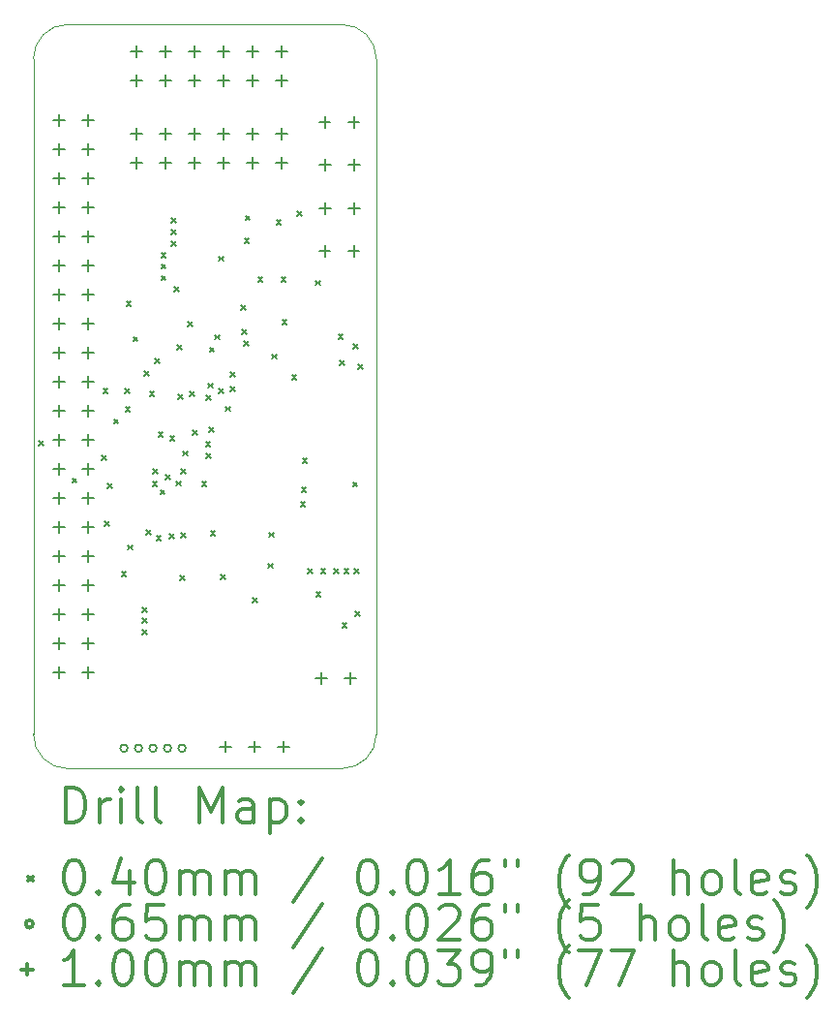
<source format=gbr>
%FSLAX45Y45*%
G04 Gerber Fmt 4.5, Leading zero omitted, Abs format (unit mm)*
G04 Created by KiCad (PCBNEW (5.1.9)-1) date 2022-12-02 18:00:50*
%MOMM*%
%LPD*%
G01*
G04 APERTURE LIST*
%TA.AperFunction,Profile*%
%ADD10C,0.050000*%
%TD*%
%ADD11C,0.200000*%
%ADD12C,0.300000*%
G04 APERTURE END LIST*
D10*
X5930021Y-8902500D02*
X5932500Y-8902500D01*
X5630000Y-8602500D02*
X5630000Y-2700000D01*
X5930021Y-8902500D02*
G75*
G02*
X5630000Y-8602500I-2521J297500D01*
G01*
X8330000Y-8902500D02*
X5932500Y-8902500D01*
X8630000Y-8602479D02*
X8630000Y-8597500D01*
X8630000Y-8602479D02*
G75*
G02*
X8330000Y-8902500I-297500J-2521D01*
G01*
X8630000Y-2700000D02*
X8630000Y-8597500D01*
X8329979Y-2400000D02*
G75*
G02*
X8630000Y-2700000I2521J-297500D01*
G01*
X5930000Y-2400000D02*
X8330000Y-2400000D01*
X5630000Y-2700021D02*
G75*
G02*
X5930000Y-2400000I297500J2521D01*
G01*
D11*
X5679750Y-6038750D02*
X5719750Y-6078750D01*
X5719750Y-6038750D02*
X5679750Y-6078750D01*
X5969010Y-6365380D02*
X6009010Y-6405380D01*
X6009010Y-6365380D02*
X5969010Y-6405380D01*
X6230400Y-6164150D02*
X6270400Y-6204150D01*
X6270400Y-6164150D02*
X6230400Y-6204150D01*
X6241100Y-5580700D02*
X6281100Y-5620700D01*
X6281100Y-5580700D02*
X6241100Y-5620700D01*
X6255650Y-6740640D02*
X6295650Y-6780640D01*
X6295650Y-6740640D02*
X6255650Y-6780640D01*
X6278750Y-6411560D02*
X6318750Y-6451560D01*
X6318750Y-6411560D02*
X6278750Y-6451560D01*
X6333110Y-5849130D02*
X6373110Y-5889130D01*
X6373110Y-5849130D02*
X6333110Y-5889130D01*
X6402500Y-7180900D02*
X6442500Y-7220900D01*
X6442500Y-7180900D02*
X6402500Y-7220900D01*
X6431600Y-5580700D02*
X6471600Y-5620700D01*
X6471600Y-5580700D02*
X6431600Y-5620700D01*
X6434900Y-5742500D02*
X6474900Y-5782500D01*
X6474900Y-5742500D02*
X6434900Y-5782500D01*
X6444300Y-4818700D02*
X6484300Y-4858700D01*
X6484300Y-4818700D02*
X6444300Y-4858700D01*
X6457400Y-6950200D02*
X6497400Y-6990200D01*
X6497400Y-6950200D02*
X6457400Y-6990200D01*
X6502770Y-5129550D02*
X6542770Y-5169550D01*
X6542770Y-5129550D02*
X6502770Y-5169550D01*
X6584000Y-7498400D02*
X6624000Y-7538400D01*
X6624000Y-7498400D02*
X6584000Y-7538400D01*
X6584000Y-7587300D02*
X6624000Y-7627300D01*
X6624000Y-7587300D02*
X6584000Y-7627300D01*
X6584000Y-7688900D02*
X6624000Y-7728900D01*
X6624000Y-7688900D02*
X6584000Y-7728900D01*
X6598100Y-5426900D02*
X6638100Y-5466900D01*
X6638100Y-5426900D02*
X6598100Y-5466900D01*
X6618110Y-6819260D02*
X6658110Y-6859260D01*
X6658110Y-6819260D02*
X6618110Y-6859260D01*
X6646300Y-5610480D02*
X6686300Y-5650480D01*
X6686300Y-5610480D02*
X6646300Y-5650480D01*
X6672900Y-6393500D02*
X6712900Y-6433500D01*
X6712900Y-6393500D02*
X6672900Y-6433500D01*
X6678000Y-6286070D02*
X6718000Y-6326070D01*
X6718000Y-6286070D02*
X6678000Y-6326070D01*
X6690530Y-5318010D02*
X6730530Y-5358010D01*
X6730530Y-5318010D02*
X6690530Y-5358010D01*
X6705715Y-6867482D02*
X6745715Y-6907482D01*
X6745715Y-6867482D02*
X6705715Y-6907482D01*
X6722760Y-5962475D02*
X6762760Y-6002475D01*
X6762760Y-5962475D02*
X6722760Y-6002475D01*
X6740013Y-6467634D02*
X6780013Y-6507634D01*
X6780013Y-6467634D02*
X6740013Y-6507634D01*
X6749100Y-4394800D02*
X6789100Y-4434800D01*
X6789100Y-4394800D02*
X6749100Y-4434800D01*
X6749100Y-4494800D02*
X6789100Y-4534800D01*
X6789100Y-4494800D02*
X6749100Y-4534800D01*
X6749100Y-4594800D02*
X6789100Y-4634800D01*
X6789100Y-4594800D02*
X6749100Y-4634800D01*
X6788630Y-6333740D02*
X6828630Y-6373740D01*
X6828630Y-6333740D02*
X6788630Y-6373740D01*
X6823030Y-6855260D02*
X6863030Y-6895260D01*
X6863030Y-6855260D02*
X6823030Y-6895260D01*
X6823760Y-5996400D02*
X6863760Y-6036400D01*
X6863760Y-5996400D02*
X6823760Y-6036400D01*
X6838000Y-4094800D02*
X6878000Y-4134800D01*
X6878000Y-4094800D02*
X6838000Y-4134800D01*
X6838000Y-4194800D02*
X6878000Y-4234800D01*
X6878000Y-4194800D02*
X6838000Y-4234800D01*
X6838000Y-4294800D02*
X6878000Y-4334800D01*
X6878000Y-4294800D02*
X6838000Y-4334800D01*
X6863400Y-4691700D02*
X6903400Y-4731700D01*
X6903400Y-4691700D02*
X6863400Y-4731700D01*
X6878460Y-6391780D02*
X6918460Y-6431780D01*
X6918460Y-6391780D02*
X6878460Y-6431780D01*
X6888800Y-5199700D02*
X6928800Y-5239700D01*
X6928800Y-5199700D02*
X6888800Y-5239700D01*
X6898360Y-5635800D02*
X6938360Y-5675800D01*
X6938360Y-5635800D02*
X6898360Y-5675800D01*
X6912990Y-7214380D02*
X6952990Y-7254380D01*
X6952990Y-7214380D02*
X6912990Y-7254380D01*
X6922950Y-6285660D02*
X6962950Y-6325660D01*
X6962950Y-6285660D02*
X6922950Y-6325660D01*
X6923730Y-6841260D02*
X6963730Y-6881260D01*
X6963730Y-6841260D02*
X6923730Y-6881260D01*
X6938160Y-6127260D02*
X6978160Y-6167260D01*
X6978160Y-6127260D02*
X6938160Y-6167260D01*
X6980720Y-5000370D02*
X7020720Y-5040370D01*
X7020720Y-5000370D02*
X6980720Y-5040370D01*
X7000690Y-5605230D02*
X7040690Y-5645230D01*
X7040690Y-5605230D02*
X7000690Y-5645230D01*
X7023750Y-5945200D02*
X7063750Y-5985200D01*
X7063750Y-5945200D02*
X7023750Y-5985200D01*
X7104700Y-6393500D02*
X7144700Y-6433500D01*
X7144700Y-6393500D02*
X7104700Y-6433500D01*
X7139000Y-6049810D02*
X7179000Y-6089810D01*
X7179000Y-6049810D02*
X7139000Y-6089810D01*
X7142800Y-6152200D02*
X7182800Y-6192200D01*
X7182800Y-6152200D02*
X7142800Y-6192200D01*
X7144000Y-5643380D02*
X7184000Y-5683380D01*
X7184000Y-5643380D02*
X7144000Y-5683380D01*
X7158540Y-5535200D02*
X7198540Y-5575200D01*
X7198540Y-5535200D02*
X7158540Y-5575200D01*
X7169840Y-5919780D02*
X7209840Y-5959780D01*
X7209840Y-5919780D02*
X7169840Y-5959780D01*
X7171002Y-5221601D02*
X7211002Y-5261601D01*
X7211002Y-5221601D02*
X7171002Y-5261601D01*
X7180000Y-6825620D02*
X7220000Y-6865620D01*
X7220000Y-6825620D02*
X7180000Y-6865620D01*
X7218929Y-5111831D02*
X7258929Y-5151831D01*
X7258929Y-5111831D02*
X7218929Y-5151831D01*
X7253220Y-4426700D02*
X7293220Y-4466700D01*
X7293220Y-4426700D02*
X7253220Y-4466700D01*
X7254380Y-5583760D02*
X7294380Y-5623760D01*
X7294380Y-5583760D02*
X7254380Y-5623760D01*
X7269800Y-7206300D02*
X7309800Y-7246300D01*
X7309800Y-7206300D02*
X7269800Y-7246300D01*
X7308610Y-5737930D02*
X7348610Y-5777930D01*
X7348610Y-5737930D02*
X7308610Y-5777930D01*
X7353340Y-5435640D02*
X7393340Y-5475640D01*
X7393340Y-5435640D02*
X7353340Y-5475640D01*
X7354420Y-5565070D02*
X7394420Y-5605070D01*
X7394420Y-5565070D02*
X7354420Y-5605070D01*
X7446325Y-4855525D02*
X7486325Y-4895525D01*
X7486325Y-4855525D02*
X7446325Y-4895525D01*
X7455885Y-5068285D02*
X7495885Y-5108285D01*
X7495885Y-5068285D02*
X7455885Y-5108285D01*
X7471048Y-5167939D02*
X7511048Y-5207939D01*
X7511048Y-5167939D02*
X7471048Y-5207939D01*
X7476700Y-4268900D02*
X7516700Y-4308900D01*
X7516700Y-4268900D02*
X7476700Y-4308900D01*
X7484400Y-4070700D02*
X7524400Y-4110700D01*
X7524400Y-4070700D02*
X7484400Y-4110700D01*
X7549200Y-7409500D02*
X7589200Y-7449500D01*
X7589200Y-7409500D02*
X7549200Y-7449500D01*
X7595200Y-4606010D02*
X7635200Y-4646010D01*
X7635200Y-4606010D02*
X7595200Y-4646010D01*
X7683040Y-7111530D02*
X7723040Y-7151530D01*
X7723040Y-7111530D02*
X7683040Y-7151530D01*
X7693060Y-6840260D02*
X7733060Y-6880260D01*
X7733060Y-6840260D02*
X7693060Y-6880260D01*
X7720650Y-5282250D02*
X7760650Y-5322250D01*
X7760650Y-5282250D02*
X7720650Y-5322250D01*
X7757200Y-4110950D02*
X7797200Y-4150950D01*
X7797200Y-4110950D02*
X7757200Y-4150950D01*
X7798680Y-4605700D02*
X7838680Y-4645700D01*
X7838680Y-4605700D02*
X7798680Y-4645700D01*
X7807300Y-4978180D02*
X7847300Y-5018180D01*
X7847300Y-4978180D02*
X7807300Y-5018180D01*
X7892100Y-5466400D02*
X7932100Y-5506400D01*
X7932100Y-5466400D02*
X7892100Y-5506400D01*
X7940010Y-4031230D02*
X7980010Y-4071230D01*
X7980010Y-4031230D02*
X7940010Y-4071230D01*
X7968300Y-6571300D02*
X8008300Y-6611300D01*
X8008300Y-6571300D02*
X7968300Y-6611300D01*
X7975160Y-6443350D02*
X8015160Y-6483350D01*
X8015160Y-6443350D02*
X7975160Y-6483350D01*
X7985710Y-6189270D02*
X8025710Y-6229270D01*
X8025710Y-6189270D02*
X7985710Y-6229270D01*
X8031800Y-7155500D02*
X8071800Y-7195500D01*
X8071800Y-7155500D02*
X8031800Y-7195500D01*
X8101540Y-4638740D02*
X8141540Y-4678740D01*
X8141540Y-4638740D02*
X8101540Y-4678740D01*
X8103700Y-7363000D02*
X8143700Y-7403000D01*
X8143700Y-7363000D02*
X8103700Y-7403000D01*
X8146100Y-7155500D02*
X8186100Y-7195500D01*
X8186100Y-7155500D02*
X8146100Y-7195500D01*
X8260400Y-7155500D02*
X8300400Y-7195500D01*
X8300400Y-7155500D02*
X8260400Y-7195500D01*
X8298500Y-5110800D02*
X8338500Y-5150800D01*
X8338500Y-5110800D02*
X8298500Y-5150800D01*
X8311200Y-5339400D02*
X8351200Y-5379400D01*
X8351200Y-5339400D02*
X8311200Y-5379400D01*
X8332000Y-7630000D02*
X8372000Y-7670000D01*
X8372000Y-7630000D02*
X8332000Y-7670000D01*
X8349300Y-7155500D02*
X8389300Y-7195500D01*
X8389300Y-7155500D02*
X8349300Y-7195500D01*
X8425750Y-6398580D02*
X8465750Y-6438580D01*
X8465750Y-6398580D02*
X8425750Y-6438580D01*
X8426410Y-5195250D02*
X8466410Y-5235250D01*
X8466410Y-5195250D02*
X8426410Y-5235250D01*
X8438200Y-7155500D02*
X8478200Y-7195500D01*
X8478200Y-7155500D02*
X8438200Y-7195500D01*
X8444000Y-7530700D02*
X8484000Y-7570700D01*
X8484000Y-7530700D02*
X8444000Y-7570700D01*
X8471260Y-5372590D02*
X8511260Y-5412590D01*
X8511260Y-5372590D02*
X8471260Y-5412590D01*
X6455000Y-8725000D02*
G75*
G03*
X6455000Y-8725000I-32500J0D01*
G01*
X6582000Y-8725000D02*
G75*
G03*
X6582000Y-8725000I-32500J0D01*
G01*
X6709000Y-8725000D02*
G75*
G03*
X6709000Y-8725000I-32500J0D01*
G01*
X6836000Y-8725000D02*
G75*
G03*
X6836000Y-8725000I-32500J0D01*
G01*
X6963000Y-8725000D02*
G75*
G03*
X6963000Y-8725000I-32500J0D01*
G01*
X5853500Y-3187500D02*
X5853500Y-3287500D01*
X5803500Y-3237500D02*
X5903500Y-3237500D01*
X5853500Y-3441500D02*
X5853500Y-3541500D01*
X5803500Y-3491500D02*
X5903500Y-3491500D01*
X5853500Y-3695500D02*
X5853500Y-3795500D01*
X5803500Y-3745500D02*
X5903500Y-3745500D01*
X5853500Y-3949500D02*
X5853500Y-4049500D01*
X5803500Y-3999500D02*
X5903500Y-3999500D01*
X5853500Y-4203500D02*
X5853500Y-4303500D01*
X5803500Y-4253500D02*
X5903500Y-4253500D01*
X5853500Y-4457500D02*
X5853500Y-4557500D01*
X5803500Y-4507500D02*
X5903500Y-4507500D01*
X5853500Y-4711500D02*
X5853500Y-4811500D01*
X5803500Y-4761500D02*
X5903500Y-4761500D01*
X5853500Y-4965500D02*
X5853500Y-5065500D01*
X5803500Y-5015500D02*
X5903500Y-5015500D01*
X5853500Y-5219500D02*
X5853500Y-5319500D01*
X5803500Y-5269500D02*
X5903500Y-5269500D01*
X5853500Y-5473500D02*
X5853500Y-5573500D01*
X5803500Y-5523500D02*
X5903500Y-5523500D01*
X5853500Y-5727500D02*
X5853500Y-5827500D01*
X5803500Y-5777500D02*
X5903500Y-5777500D01*
X5853500Y-5981500D02*
X5853500Y-6081500D01*
X5803500Y-6031500D02*
X5903500Y-6031500D01*
X5853500Y-6235500D02*
X5853500Y-6335500D01*
X5803500Y-6285500D02*
X5903500Y-6285500D01*
X5853500Y-6489500D02*
X5853500Y-6589500D01*
X5803500Y-6539500D02*
X5903500Y-6539500D01*
X5853500Y-6743500D02*
X5853500Y-6843500D01*
X5803500Y-6793500D02*
X5903500Y-6793500D01*
X5853500Y-6997500D02*
X5853500Y-7097500D01*
X5803500Y-7047500D02*
X5903500Y-7047500D01*
X5853500Y-7251500D02*
X5853500Y-7351500D01*
X5803500Y-7301500D02*
X5903500Y-7301500D01*
X5853500Y-7505500D02*
X5853500Y-7605500D01*
X5803500Y-7555500D02*
X5903500Y-7555500D01*
X5853500Y-7759500D02*
X5853500Y-7859500D01*
X5803500Y-7809500D02*
X5903500Y-7809500D01*
X5853500Y-8013500D02*
X5853500Y-8113500D01*
X5803500Y-8063500D02*
X5903500Y-8063500D01*
X6107500Y-3187500D02*
X6107500Y-3287500D01*
X6057500Y-3237500D02*
X6157500Y-3237500D01*
X6107500Y-3441500D02*
X6107500Y-3541500D01*
X6057500Y-3491500D02*
X6157500Y-3491500D01*
X6107500Y-3695500D02*
X6107500Y-3795500D01*
X6057500Y-3745500D02*
X6157500Y-3745500D01*
X6107500Y-3949500D02*
X6107500Y-4049500D01*
X6057500Y-3999500D02*
X6157500Y-3999500D01*
X6107500Y-4203500D02*
X6107500Y-4303500D01*
X6057500Y-4253500D02*
X6157500Y-4253500D01*
X6107500Y-4457500D02*
X6107500Y-4557500D01*
X6057500Y-4507500D02*
X6157500Y-4507500D01*
X6107500Y-4711500D02*
X6107500Y-4811500D01*
X6057500Y-4761500D02*
X6157500Y-4761500D01*
X6107500Y-4965500D02*
X6107500Y-5065500D01*
X6057500Y-5015500D02*
X6157500Y-5015500D01*
X6107500Y-5219500D02*
X6107500Y-5319500D01*
X6057500Y-5269500D02*
X6157500Y-5269500D01*
X6107500Y-5473500D02*
X6107500Y-5573500D01*
X6057500Y-5523500D02*
X6157500Y-5523500D01*
X6107500Y-5727500D02*
X6107500Y-5827500D01*
X6057500Y-5777500D02*
X6157500Y-5777500D01*
X6107500Y-5981500D02*
X6107500Y-6081500D01*
X6057500Y-6031500D02*
X6157500Y-6031500D01*
X6107500Y-6235500D02*
X6107500Y-6335500D01*
X6057500Y-6285500D02*
X6157500Y-6285500D01*
X6107500Y-6489500D02*
X6107500Y-6589500D01*
X6057500Y-6539500D02*
X6157500Y-6539500D01*
X6107500Y-6743500D02*
X6107500Y-6843500D01*
X6057500Y-6793500D02*
X6157500Y-6793500D01*
X6107500Y-6997500D02*
X6107500Y-7097500D01*
X6057500Y-7047500D02*
X6157500Y-7047500D01*
X6107500Y-7251500D02*
X6107500Y-7351500D01*
X6057500Y-7301500D02*
X6157500Y-7301500D01*
X6107500Y-7505500D02*
X6107500Y-7605500D01*
X6057500Y-7555500D02*
X6157500Y-7555500D01*
X6107500Y-7759500D02*
X6107500Y-7859500D01*
X6057500Y-7809500D02*
X6157500Y-7809500D01*
X6107500Y-8013500D02*
X6107500Y-8113500D01*
X6057500Y-8063500D02*
X6157500Y-8063500D01*
X6530000Y-2587500D02*
X6530000Y-2687500D01*
X6480000Y-2637500D02*
X6580000Y-2637500D01*
X6530000Y-2841500D02*
X6530000Y-2941500D01*
X6480000Y-2891500D02*
X6580000Y-2891500D01*
X6530000Y-3307500D02*
X6530000Y-3407500D01*
X6480000Y-3357500D02*
X6580000Y-3357500D01*
X6530000Y-3561500D02*
X6530000Y-3661500D01*
X6480000Y-3611500D02*
X6580000Y-3611500D01*
X6784000Y-2587500D02*
X6784000Y-2687500D01*
X6734000Y-2637500D02*
X6834000Y-2637500D01*
X6784000Y-2841500D02*
X6784000Y-2941500D01*
X6734000Y-2891500D02*
X6834000Y-2891500D01*
X6784000Y-3307500D02*
X6784000Y-3407500D01*
X6734000Y-3357500D02*
X6834000Y-3357500D01*
X6784000Y-3561500D02*
X6784000Y-3661500D01*
X6734000Y-3611500D02*
X6834000Y-3611500D01*
X7038000Y-2587500D02*
X7038000Y-2687500D01*
X6988000Y-2637500D02*
X7088000Y-2637500D01*
X7038000Y-2841500D02*
X7038000Y-2941500D01*
X6988000Y-2891500D02*
X7088000Y-2891500D01*
X7038000Y-3307500D02*
X7038000Y-3407500D01*
X6988000Y-3357500D02*
X7088000Y-3357500D01*
X7038000Y-3561500D02*
X7038000Y-3661500D01*
X6988000Y-3611500D02*
X7088000Y-3611500D01*
X7292000Y-2587500D02*
X7292000Y-2687500D01*
X7242000Y-2637500D02*
X7342000Y-2637500D01*
X7292000Y-2841500D02*
X7292000Y-2941500D01*
X7242000Y-2891500D02*
X7342000Y-2891500D01*
X7292000Y-3307500D02*
X7292000Y-3407500D01*
X7242000Y-3357500D02*
X7342000Y-3357500D01*
X7292000Y-3561500D02*
X7292000Y-3661500D01*
X7242000Y-3611500D02*
X7342000Y-3611500D01*
X7312000Y-8660000D02*
X7312000Y-8760000D01*
X7262000Y-8710000D02*
X7362000Y-8710000D01*
X7546000Y-2587500D02*
X7546000Y-2687500D01*
X7496000Y-2637500D02*
X7596000Y-2637500D01*
X7546000Y-2841500D02*
X7546000Y-2941500D01*
X7496000Y-2891500D02*
X7596000Y-2891500D01*
X7546000Y-3307500D02*
X7546000Y-3407500D01*
X7496000Y-3357500D02*
X7596000Y-3357500D01*
X7546000Y-3561500D02*
X7546000Y-3661500D01*
X7496000Y-3611500D02*
X7596000Y-3611500D01*
X7566000Y-8660000D02*
X7566000Y-8760000D01*
X7516000Y-8710000D02*
X7616000Y-8710000D01*
X7800000Y-2587500D02*
X7800000Y-2687500D01*
X7750000Y-2637500D02*
X7850000Y-2637500D01*
X7800000Y-2841500D02*
X7800000Y-2941500D01*
X7750000Y-2891500D02*
X7850000Y-2891500D01*
X7800000Y-3307500D02*
X7800000Y-3407500D01*
X7750000Y-3357500D02*
X7850000Y-3357500D01*
X7800000Y-3561500D02*
X7800000Y-3661500D01*
X7750000Y-3611500D02*
X7850000Y-3611500D01*
X7820000Y-8660000D02*
X7820000Y-8760000D01*
X7770000Y-8710000D02*
X7870000Y-8710000D01*
X8152000Y-8061000D02*
X8152000Y-8161000D01*
X8102000Y-8111000D02*
X8202000Y-8111000D01*
X8178500Y-4330000D02*
X8178500Y-4430000D01*
X8128500Y-4380000D02*
X8228500Y-4380000D01*
X8178800Y-3201200D02*
X8178800Y-3301200D01*
X8128800Y-3251200D02*
X8228800Y-3251200D01*
X8181000Y-3957500D02*
X8181000Y-4057500D01*
X8131000Y-4007500D02*
X8231000Y-4007500D01*
X8183500Y-3577500D02*
X8183500Y-3677500D01*
X8133500Y-3627500D02*
X8233500Y-3627500D01*
X8406000Y-8061000D02*
X8406000Y-8161000D01*
X8356000Y-8111000D02*
X8456000Y-8111000D01*
X8432500Y-4330000D02*
X8432500Y-4430000D01*
X8382500Y-4380000D02*
X8482500Y-4380000D01*
X8432800Y-3201200D02*
X8432800Y-3301200D01*
X8382800Y-3251200D02*
X8482800Y-3251200D01*
X8435000Y-3957500D02*
X8435000Y-4057500D01*
X8385000Y-4007500D02*
X8485000Y-4007500D01*
X8437500Y-3577500D02*
X8437500Y-3677500D01*
X8387500Y-3627500D02*
X8487500Y-3627500D01*
D12*
X5913918Y-9370725D02*
X5913918Y-9070725D01*
X5985347Y-9070725D01*
X6028204Y-9085011D01*
X6056775Y-9113582D01*
X6071061Y-9142153D01*
X6085347Y-9199296D01*
X6085347Y-9242153D01*
X6071061Y-9299296D01*
X6056775Y-9327868D01*
X6028204Y-9356439D01*
X5985347Y-9370725D01*
X5913918Y-9370725D01*
X6213918Y-9370725D02*
X6213918Y-9170725D01*
X6213918Y-9227868D02*
X6228204Y-9199296D01*
X6242489Y-9185011D01*
X6271061Y-9170725D01*
X6299632Y-9170725D01*
X6399632Y-9370725D02*
X6399632Y-9170725D01*
X6399632Y-9070725D02*
X6385347Y-9085011D01*
X6399632Y-9099296D01*
X6413918Y-9085011D01*
X6399632Y-9070725D01*
X6399632Y-9099296D01*
X6585347Y-9370725D02*
X6556775Y-9356439D01*
X6542489Y-9327868D01*
X6542489Y-9070725D01*
X6742489Y-9370725D02*
X6713918Y-9356439D01*
X6699632Y-9327868D01*
X6699632Y-9070725D01*
X7085347Y-9370725D02*
X7085347Y-9070725D01*
X7185347Y-9285011D01*
X7285347Y-9070725D01*
X7285347Y-9370725D01*
X7556775Y-9370725D02*
X7556775Y-9213582D01*
X7542489Y-9185011D01*
X7513918Y-9170725D01*
X7456775Y-9170725D01*
X7428204Y-9185011D01*
X7556775Y-9356439D02*
X7528204Y-9370725D01*
X7456775Y-9370725D01*
X7428204Y-9356439D01*
X7413918Y-9327868D01*
X7413918Y-9299296D01*
X7428204Y-9270725D01*
X7456775Y-9256439D01*
X7528204Y-9256439D01*
X7556775Y-9242153D01*
X7699632Y-9170725D02*
X7699632Y-9470725D01*
X7699632Y-9185011D02*
X7728204Y-9170725D01*
X7785347Y-9170725D01*
X7813918Y-9185011D01*
X7828204Y-9199296D01*
X7842489Y-9227868D01*
X7842489Y-9313582D01*
X7828204Y-9342153D01*
X7813918Y-9356439D01*
X7785347Y-9370725D01*
X7728204Y-9370725D01*
X7699632Y-9356439D01*
X7971061Y-9342153D02*
X7985347Y-9356439D01*
X7971061Y-9370725D01*
X7956775Y-9356439D01*
X7971061Y-9342153D01*
X7971061Y-9370725D01*
X7971061Y-9185011D02*
X7985347Y-9199296D01*
X7971061Y-9213582D01*
X7956775Y-9199296D01*
X7971061Y-9185011D01*
X7971061Y-9213582D01*
X5587490Y-9845011D02*
X5627489Y-9885011D01*
X5627489Y-9845011D02*
X5587490Y-9885011D01*
X5971061Y-9700725D02*
X5999632Y-9700725D01*
X6028204Y-9715011D01*
X6042489Y-9729296D01*
X6056775Y-9757868D01*
X6071061Y-9815011D01*
X6071061Y-9886439D01*
X6056775Y-9943582D01*
X6042489Y-9972153D01*
X6028204Y-9986439D01*
X5999632Y-10000725D01*
X5971061Y-10000725D01*
X5942489Y-9986439D01*
X5928204Y-9972153D01*
X5913918Y-9943582D01*
X5899632Y-9886439D01*
X5899632Y-9815011D01*
X5913918Y-9757868D01*
X5928204Y-9729296D01*
X5942489Y-9715011D01*
X5971061Y-9700725D01*
X6199632Y-9972153D02*
X6213918Y-9986439D01*
X6199632Y-10000725D01*
X6185347Y-9986439D01*
X6199632Y-9972153D01*
X6199632Y-10000725D01*
X6471061Y-9800725D02*
X6471061Y-10000725D01*
X6399632Y-9686439D02*
X6328204Y-9900725D01*
X6513918Y-9900725D01*
X6685347Y-9700725D02*
X6713918Y-9700725D01*
X6742489Y-9715011D01*
X6756775Y-9729296D01*
X6771061Y-9757868D01*
X6785347Y-9815011D01*
X6785347Y-9886439D01*
X6771061Y-9943582D01*
X6756775Y-9972153D01*
X6742489Y-9986439D01*
X6713918Y-10000725D01*
X6685347Y-10000725D01*
X6656775Y-9986439D01*
X6642489Y-9972153D01*
X6628204Y-9943582D01*
X6613918Y-9886439D01*
X6613918Y-9815011D01*
X6628204Y-9757868D01*
X6642489Y-9729296D01*
X6656775Y-9715011D01*
X6685347Y-9700725D01*
X6913918Y-10000725D02*
X6913918Y-9800725D01*
X6913918Y-9829296D02*
X6928204Y-9815011D01*
X6956775Y-9800725D01*
X6999632Y-9800725D01*
X7028204Y-9815011D01*
X7042489Y-9843582D01*
X7042489Y-10000725D01*
X7042489Y-9843582D02*
X7056775Y-9815011D01*
X7085347Y-9800725D01*
X7128204Y-9800725D01*
X7156775Y-9815011D01*
X7171061Y-9843582D01*
X7171061Y-10000725D01*
X7313918Y-10000725D02*
X7313918Y-9800725D01*
X7313918Y-9829296D02*
X7328204Y-9815011D01*
X7356775Y-9800725D01*
X7399632Y-9800725D01*
X7428204Y-9815011D01*
X7442489Y-9843582D01*
X7442489Y-10000725D01*
X7442489Y-9843582D02*
X7456775Y-9815011D01*
X7485347Y-9800725D01*
X7528204Y-9800725D01*
X7556775Y-9815011D01*
X7571061Y-9843582D01*
X7571061Y-10000725D01*
X8156775Y-9686439D02*
X7899632Y-10072153D01*
X8542490Y-9700725D02*
X8571061Y-9700725D01*
X8599632Y-9715011D01*
X8613918Y-9729296D01*
X8628204Y-9757868D01*
X8642490Y-9815011D01*
X8642490Y-9886439D01*
X8628204Y-9943582D01*
X8613918Y-9972153D01*
X8599632Y-9986439D01*
X8571061Y-10000725D01*
X8542490Y-10000725D01*
X8513918Y-9986439D01*
X8499632Y-9972153D01*
X8485347Y-9943582D01*
X8471061Y-9886439D01*
X8471061Y-9815011D01*
X8485347Y-9757868D01*
X8499632Y-9729296D01*
X8513918Y-9715011D01*
X8542490Y-9700725D01*
X8771061Y-9972153D02*
X8785347Y-9986439D01*
X8771061Y-10000725D01*
X8756775Y-9986439D01*
X8771061Y-9972153D01*
X8771061Y-10000725D01*
X8971061Y-9700725D02*
X8999632Y-9700725D01*
X9028204Y-9715011D01*
X9042490Y-9729296D01*
X9056775Y-9757868D01*
X9071061Y-9815011D01*
X9071061Y-9886439D01*
X9056775Y-9943582D01*
X9042490Y-9972153D01*
X9028204Y-9986439D01*
X8999632Y-10000725D01*
X8971061Y-10000725D01*
X8942490Y-9986439D01*
X8928204Y-9972153D01*
X8913918Y-9943582D01*
X8899632Y-9886439D01*
X8899632Y-9815011D01*
X8913918Y-9757868D01*
X8928204Y-9729296D01*
X8942490Y-9715011D01*
X8971061Y-9700725D01*
X9356775Y-10000725D02*
X9185347Y-10000725D01*
X9271061Y-10000725D02*
X9271061Y-9700725D01*
X9242490Y-9743582D01*
X9213918Y-9772153D01*
X9185347Y-9786439D01*
X9613918Y-9700725D02*
X9556775Y-9700725D01*
X9528204Y-9715011D01*
X9513918Y-9729296D01*
X9485347Y-9772153D01*
X9471061Y-9829296D01*
X9471061Y-9943582D01*
X9485347Y-9972153D01*
X9499632Y-9986439D01*
X9528204Y-10000725D01*
X9585347Y-10000725D01*
X9613918Y-9986439D01*
X9628204Y-9972153D01*
X9642490Y-9943582D01*
X9642490Y-9872153D01*
X9628204Y-9843582D01*
X9613918Y-9829296D01*
X9585347Y-9815011D01*
X9528204Y-9815011D01*
X9499632Y-9829296D01*
X9485347Y-9843582D01*
X9471061Y-9872153D01*
X9756775Y-9700725D02*
X9756775Y-9757868D01*
X9871061Y-9700725D02*
X9871061Y-9757868D01*
X10313918Y-10115011D02*
X10299632Y-10100725D01*
X10271061Y-10057868D01*
X10256775Y-10029296D01*
X10242490Y-9986439D01*
X10228204Y-9915011D01*
X10228204Y-9857868D01*
X10242490Y-9786439D01*
X10256775Y-9743582D01*
X10271061Y-9715011D01*
X10299632Y-9672153D01*
X10313918Y-9657868D01*
X10442490Y-10000725D02*
X10499632Y-10000725D01*
X10528204Y-9986439D01*
X10542490Y-9972153D01*
X10571061Y-9929296D01*
X10585347Y-9872153D01*
X10585347Y-9757868D01*
X10571061Y-9729296D01*
X10556775Y-9715011D01*
X10528204Y-9700725D01*
X10471061Y-9700725D01*
X10442490Y-9715011D01*
X10428204Y-9729296D01*
X10413918Y-9757868D01*
X10413918Y-9829296D01*
X10428204Y-9857868D01*
X10442490Y-9872153D01*
X10471061Y-9886439D01*
X10528204Y-9886439D01*
X10556775Y-9872153D01*
X10571061Y-9857868D01*
X10585347Y-9829296D01*
X10699632Y-9729296D02*
X10713918Y-9715011D01*
X10742490Y-9700725D01*
X10813918Y-9700725D01*
X10842490Y-9715011D01*
X10856775Y-9729296D01*
X10871061Y-9757868D01*
X10871061Y-9786439D01*
X10856775Y-9829296D01*
X10685347Y-10000725D01*
X10871061Y-10000725D01*
X11228204Y-10000725D02*
X11228204Y-9700725D01*
X11356775Y-10000725D02*
X11356775Y-9843582D01*
X11342489Y-9815011D01*
X11313918Y-9800725D01*
X11271061Y-9800725D01*
X11242489Y-9815011D01*
X11228204Y-9829296D01*
X11542489Y-10000725D02*
X11513918Y-9986439D01*
X11499632Y-9972153D01*
X11485347Y-9943582D01*
X11485347Y-9857868D01*
X11499632Y-9829296D01*
X11513918Y-9815011D01*
X11542489Y-9800725D01*
X11585347Y-9800725D01*
X11613918Y-9815011D01*
X11628204Y-9829296D01*
X11642489Y-9857868D01*
X11642489Y-9943582D01*
X11628204Y-9972153D01*
X11613918Y-9986439D01*
X11585347Y-10000725D01*
X11542489Y-10000725D01*
X11813918Y-10000725D02*
X11785347Y-9986439D01*
X11771061Y-9957868D01*
X11771061Y-9700725D01*
X12042489Y-9986439D02*
X12013918Y-10000725D01*
X11956775Y-10000725D01*
X11928204Y-9986439D01*
X11913918Y-9957868D01*
X11913918Y-9843582D01*
X11928204Y-9815011D01*
X11956775Y-9800725D01*
X12013918Y-9800725D01*
X12042489Y-9815011D01*
X12056775Y-9843582D01*
X12056775Y-9872153D01*
X11913918Y-9900725D01*
X12171061Y-9986439D02*
X12199632Y-10000725D01*
X12256775Y-10000725D01*
X12285347Y-9986439D01*
X12299632Y-9957868D01*
X12299632Y-9943582D01*
X12285347Y-9915011D01*
X12256775Y-9900725D01*
X12213918Y-9900725D01*
X12185347Y-9886439D01*
X12171061Y-9857868D01*
X12171061Y-9843582D01*
X12185347Y-9815011D01*
X12213918Y-9800725D01*
X12256775Y-9800725D01*
X12285347Y-9815011D01*
X12399632Y-10115011D02*
X12413918Y-10100725D01*
X12442489Y-10057868D01*
X12456775Y-10029296D01*
X12471061Y-9986439D01*
X12485347Y-9915011D01*
X12485347Y-9857868D01*
X12471061Y-9786439D01*
X12456775Y-9743582D01*
X12442489Y-9715011D01*
X12413918Y-9672153D01*
X12399632Y-9657868D01*
X5627489Y-10261011D02*
G75*
G03*
X5627489Y-10261011I-32500J0D01*
G01*
X5971061Y-10096725D02*
X5999632Y-10096725D01*
X6028204Y-10111011D01*
X6042489Y-10125296D01*
X6056775Y-10153868D01*
X6071061Y-10211011D01*
X6071061Y-10282439D01*
X6056775Y-10339582D01*
X6042489Y-10368153D01*
X6028204Y-10382439D01*
X5999632Y-10396725D01*
X5971061Y-10396725D01*
X5942489Y-10382439D01*
X5928204Y-10368153D01*
X5913918Y-10339582D01*
X5899632Y-10282439D01*
X5899632Y-10211011D01*
X5913918Y-10153868D01*
X5928204Y-10125296D01*
X5942489Y-10111011D01*
X5971061Y-10096725D01*
X6199632Y-10368153D02*
X6213918Y-10382439D01*
X6199632Y-10396725D01*
X6185347Y-10382439D01*
X6199632Y-10368153D01*
X6199632Y-10396725D01*
X6471061Y-10096725D02*
X6413918Y-10096725D01*
X6385347Y-10111011D01*
X6371061Y-10125296D01*
X6342489Y-10168153D01*
X6328204Y-10225296D01*
X6328204Y-10339582D01*
X6342489Y-10368153D01*
X6356775Y-10382439D01*
X6385347Y-10396725D01*
X6442489Y-10396725D01*
X6471061Y-10382439D01*
X6485347Y-10368153D01*
X6499632Y-10339582D01*
X6499632Y-10268153D01*
X6485347Y-10239582D01*
X6471061Y-10225296D01*
X6442489Y-10211011D01*
X6385347Y-10211011D01*
X6356775Y-10225296D01*
X6342489Y-10239582D01*
X6328204Y-10268153D01*
X6771061Y-10096725D02*
X6628204Y-10096725D01*
X6613918Y-10239582D01*
X6628204Y-10225296D01*
X6656775Y-10211011D01*
X6728204Y-10211011D01*
X6756775Y-10225296D01*
X6771061Y-10239582D01*
X6785347Y-10268153D01*
X6785347Y-10339582D01*
X6771061Y-10368153D01*
X6756775Y-10382439D01*
X6728204Y-10396725D01*
X6656775Y-10396725D01*
X6628204Y-10382439D01*
X6613918Y-10368153D01*
X6913918Y-10396725D02*
X6913918Y-10196725D01*
X6913918Y-10225296D02*
X6928204Y-10211011D01*
X6956775Y-10196725D01*
X6999632Y-10196725D01*
X7028204Y-10211011D01*
X7042489Y-10239582D01*
X7042489Y-10396725D01*
X7042489Y-10239582D02*
X7056775Y-10211011D01*
X7085347Y-10196725D01*
X7128204Y-10196725D01*
X7156775Y-10211011D01*
X7171061Y-10239582D01*
X7171061Y-10396725D01*
X7313918Y-10396725D02*
X7313918Y-10196725D01*
X7313918Y-10225296D02*
X7328204Y-10211011D01*
X7356775Y-10196725D01*
X7399632Y-10196725D01*
X7428204Y-10211011D01*
X7442489Y-10239582D01*
X7442489Y-10396725D01*
X7442489Y-10239582D02*
X7456775Y-10211011D01*
X7485347Y-10196725D01*
X7528204Y-10196725D01*
X7556775Y-10211011D01*
X7571061Y-10239582D01*
X7571061Y-10396725D01*
X8156775Y-10082439D02*
X7899632Y-10468153D01*
X8542490Y-10096725D02*
X8571061Y-10096725D01*
X8599632Y-10111011D01*
X8613918Y-10125296D01*
X8628204Y-10153868D01*
X8642490Y-10211011D01*
X8642490Y-10282439D01*
X8628204Y-10339582D01*
X8613918Y-10368153D01*
X8599632Y-10382439D01*
X8571061Y-10396725D01*
X8542490Y-10396725D01*
X8513918Y-10382439D01*
X8499632Y-10368153D01*
X8485347Y-10339582D01*
X8471061Y-10282439D01*
X8471061Y-10211011D01*
X8485347Y-10153868D01*
X8499632Y-10125296D01*
X8513918Y-10111011D01*
X8542490Y-10096725D01*
X8771061Y-10368153D02*
X8785347Y-10382439D01*
X8771061Y-10396725D01*
X8756775Y-10382439D01*
X8771061Y-10368153D01*
X8771061Y-10396725D01*
X8971061Y-10096725D02*
X8999632Y-10096725D01*
X9028204Y-10111011D01*
X9042490Y-10125296D01*
X9056775Y-10153868D01*
X9071061Y-10211011D01*
X9071061Y-10282439D01*
X9056775Y-10339582D01*
X9042490Y-10368153D01*
X9028204Y-10382439D01*
X8999632Y-10396725D01*
X8971061Y-10396725D01*
X8942490Y-10382439D01*
X8928204Y-10368153D01*
X8913918Y-10339582D01*
X8899632Y-10282439D01*
X8899632Y-10211011D01*
X8913918Y-10153868D01*
X8928204Y-10125296D01*
X8942490Y-10111011D01*
X8971061Y-10096725D01*
X9185347Y-10125296D02*
X9199632Y-10111011D01*
X9228204Y-10096725D01*
X9299632Y-10096725D01*
X9328204Y-10111011D01*
X9342490Y-10125296D01*
X9356775Y-10153868D01*
X9356775Y-10182439D01*
X9342490Y-10225296D01*
X9171061Y-10396725D01*
X9356775Y-10396725D01*
X9613918Y-10096725D02*
X9556775Y-10096725D01*
X9528204Y-10111011D01*
X9513918Y-10125296D01*
X9485347Y-10168153D01*
X9471061Y-10225296D01*
X9471061Y-10339582D01*
X9485347Y-10368153D01*
X9499632Y-10382439D01*
X9528204Y-10396725D01*
X9585347Y-10396725D01*
X9613918Y-10382439D01*
X9628204Y-10368153D01*
X9642490Y-10339582D01*
X9642490Y-10268153D01*
X9628204Y-10239582D01*
X9613918Y-10225296D01*
X9585347Y-10211011D01*
X9528204Y-10211011D01*
X9499632Y-10225296D01*
X9485347Y-10239582D01*
X9471061Y-10268153D01*
X9756775Y-10096725D02*
X9756775Y-10153868D01*
X9871061Y-10096725D02*
X9871061Y-10153868D01*
X10313918Y-10511011D02*
X10299632Y-10496725D01*
X10271061Y-10453868D01*
X10256775Y-10425296D01*
X10242490Y-10382439D01*
X10228204Y-10311011D01*
X10228204Y-10253868D01*
X10242490Y-10182439D01*
X10256775Y-10139582D01*
X10271061Y-10111011D01*
X10299632Y-10068153D01*
X10313918Y-10053868D01*
X10571061Y-10096725D02*
X10428204Y-10096725D01*
X10413918Y-10239582D01*
X10428204Y-10225296D01*
X10456775Y-10211011D01*
X10528204Y-10211011D01*
X10556775Y-10225296D01*
X10571061Y-10239582D01*
X10585347Y-10268153D01*
X10585347Y-10339582D01*
X10571061Y-10368153D01*
X10556775Y-10382439D01*
X10528204Y-10396725D01*
X10456775Y-10396725D01*
X10428204Y-10382439D01*
X10413918Y-10368153D01*
X10942490Y-10396725D02*
X10942490Y-10096725D01*
X11071061Y-10396725D02*
X11071061Y-10239582D01*
X11056775Y-10211011D01*
X11028204Y-10196725D01*
X10985347Y-10196725D01*
X10956775Y-10211011D01*
X10942490Y-10225296D01*
X11256775Y-10396725D02*
X11228204Y-10382439D01*
X11213918Y-10368153D01*
X11199632Y-10339582D01*
X11199632Y-10253868D01*
X11213918Y-10225296D01*
X11228204Y-10211011D01*
X11256775Y-10196725D01*
X11299632Y-10196725D01*
X11328204Y-10211011D01*
X11342489Y-10225296D01*
X11356775Y-10253868D01*
X11356775Y-10339582D01*
X11342489Y-10368153D01*
X11328204Y-10382439D01*
X11299632Y-10396725D01*
X11256775Y-10396725D01*
X11528204Y-10396725D02*
X11499632Y-10382439D01*
X11485347Y-10353868D01*
X11485347Y-10096725D01*
X11756775Y-10382439D02*
X11728204Y-10396725D01*
X11671061Y-10396725D01*
X11642489Y-10382439D01*
X11628204Y-10353868D01*
X11628204Y-10239582D01*
X11642489Y-10211011D01*
X11671061Y-10196725D01*
X11728204Y-10196725D01*
X11756775Y-10211011D01*
X11771061Y-10239582D01*
X11771061Y-10268153D01*
X11628204Y-10296725D01*
X11885347Y-10382439D02*
X11913918Y-10396725D01*
X11971061Y-10396725D01*
X11999632Y-10382439D01*
X12013918Y-10353868D01*
X12013918Y-10339582D01*
X11999632Y-10311011D01*
X11971061Y-10296725D01*
X11928204Y-10296725D01*
X11899632Y-10282439D01*
X11885347Y-10253868D01*
X11885347Y-10239582D01*
X11899632Y-10211011D01*
X11928204Y-10196725D01*
X11971061Y-10196725D01*
X11999632Y-10211011D01*
X12113918Y-10511011D02*
X12128204Y-10496725D01*
X12156775Y-10453868D01*
X12171061Y-10425296D01*
X12185347Y-10382439D01*
X12199632Y-10311011D01*
X12199632Y-10253868D01*
X12185347Y-10182439D01*
X12171061Y-10139582D01*
X12156775Y-10111011D01*
X12128204Y-10068153D01*
X12113918Y-10053868D01*
X5577490Y-10607011D02*
X5577490Y-10707011D01*
X5527490Y-10657011D02*
X5627489Y-10657011D01*
X6071061Y-10792725D02*
X5899632Y-10792725D01*
X5985347Y-10792725D02*
X5985347Y-10492725D01*
X5956775Y-10535582D01*
X5928204Y-10564153D01*
X5899632Y-10578439D01*
X6199632Y-10764153D02*
X6213918Y-10778439D01*
X6199632Y-10792725D01*
X6185347Y-10778439D01*
X6199632Y-10764153D01*
X6199632Y-10792725D01*
X6399632Y-10492725D02*
X6428204Y-10492725D01*
X6456775Y-10507011D01*
X6471061Y-10521296D01*
X6485347Y-10549868D01*
X6499632Y-10607011D01*
X6499632Y-10678439D01*
X6485347Y-10735582D01*
X6471061Y-10764153D01*
X6456775Y-10778439D01*
X6428204Y-10792725D01*
X6399632Y-10792725D01*
X6371061Y-10778439D01*
X6356775Y-10764153D01*
X6342489Y-10735582D01*
X6328204Y-10678439D01*
X6328204Y-10607011D01*
X6342489Y-10549868D01*
X6356775Y-10521296D01*
X6371061Y-10507011D01*
X6399632Y-10492725D01*
X6685347Y-10492725D02*
X6713918Y-10492725D01*
X6742489Y-10507011D01*
X6756775Y-10521296D01*
X6771061Y-10549868D01*
X6785347Y-10607011D01*
X6785347Y-10678439D01*
X6771061Y-10735582D01*
X6756775Y-10764153D01*
X6742489Y-10778439D01*
X6713918Y-10792725D01*
X6685347Y-10792725D01*
X6656775Y-10778439D01*
X6642489Y-10764153D01*
X6628204Y-10735582D01*
X6613918Y-10678439D01*
X6613918Y-10607011D01*
X6628204Y-10549868D01*
X6642489Y-10521296D01*
X6656775Y-10507011D01*
X6685347Y-10492725D01*
X6913918Y-10792725D02*
X6913918Y-10592725D01*
X6913918Y-10621296D02*
X6928204Y-10607011D01*
X6956775Y-10592725D01*
X6999632Y-10592725D01*
X7028204Y-10607011D01*
X7042489Y-10635582D01*
X7042489Y-10792725D01*
X7042489Y-10635582D02*
X7056775Y-10607011D01*
X7085347Y-10592725D01*
X7128204Y-10592725D01*
X7156775Y-10607011D01*
X7171061Y-10635582D01*
X7171061Y-10792725D01*
X7313918Y-10792725D02*
X7313918Y-10592725D01*
X7313918Y-10621296D02*
X7328204Y-10607011D01*
X7356775Y-10592725D01*
X7399632Y-10592725D01*
X7428204Y-10607011D01*
X7442489Y-10635582D01*
X7442489Y-10792725D01*
X7442489Y-10635582D02*
X7456775Y-10607011D01*
X7485347Y-10592725D01*
X7528204Y-10592725D01*
X7556775Y-10607011D01*
X7571061Y-10635582D01*
X7571061Y-10792725D01*
X8156775Y-10478439D02*
X7899632Y-10864153D01*
X8542490Y-10492725D02*
X8571061Y-10492725D01*
X8599632Y-10507011D01*
X8613918Y-10521296D01*
X8628204Y-10549868D01*
X8642490Y-10607011D01*
X8642490Y-10678439D01*
X8628204Y-10735582D01*
X8613918Y-10764153D01*
X8599632Y-10778439D01*
X8571061Y-10792725D01*
X8542490Y-10792725D01*
X8513918Y-10778439D01*
X8499632Y-10764153D01*
X8485347Y-10735582D01*
X8471061Y-10678439D01*
X8471061Y-10607011D01*
X8485347Y-10549868D01*
X8499632Y-10521296D01*
X8513918Y-10507011D01*
X8542490Y-10492725D01*
X8771061Y-10764153D02*
X8785347Y-10778439D01*
X8771061Y-10792725D01*
X8756775Y-10778439D01*
X8771061Y-10764153D01*
X8771061Y-10792725D01*
X8971061Y-10492725D02*
X8999632Y-10492725D01*
X9028204Y-10507011D01*
X9042490Y-10521296D01*
X9056775Y-10549868D01*
X9071061Y-10607011D01*
X9071061Y-10678439D01*
X9056775Y-10735582D01*
X9042490Y-10764153D01*
X9028204Y-10778439D01*
X8999632Y-10792725D01*
X8971061Y-10792725D01*
X8942490Y-10778439D01*
X8928204Y-10764153D01*
X8913918Y-10735582D01*
X8899632Y-10678439D01*
X8899632Y-10607011D01*
X8913918Y-10549868D01*
X8928204Y-10521296D01*
X8942490Y-10507011D01*
X8971061Y-10492725D01*
X9171061Y-10492725D02*
X9356775Y-10492725D01*
X9256775Y-10607011D01*
X9299632Y-10607011D01*
X9328204Y-10621296D01*
X9342490Y-10635582D01*
X9356775Y-10664153D01*
X9356775Y-10735582D01*
X9342490Y-10764153D01*
X9328204Y-10778439D01*
X9299632Y-10792725D01*
X9213918Y-10792725D01*
X9185347Y-10778439D01*
X9171061Y-10764153D01*
X9499632Y-10792725D02*
X9556775Y-10792725D01*
X9585347Y-10778439D01*
X9599632Y-10764153D01*
X9628204Y-10721296D01*
X9642490Y-10664153D01*
X9642490Y-10549868D01*
X9628204Y-10521296D01*
X9613918Y-10507011D01*
X9585347Y-10492725D01*
X9528204Y-10492725D01*
X9499632Y-10507011D01*
X9485347Y-10521296D01*
X9471061Y-10549868D01*
X9471061Y-10621296D01*
X9485347Y-10649868D01*
X9499632Y-10664153D01*
X9528204Y-10678439D01*
X9585347Y-10678439D01*
X9613918Y-10664153D01*
X9628204Y-10649868D01*
X9642490Y-10621296D01*
X9756775Y-10492725D02*
X9756775Y-10549868D01*
X9871061Y-10492725D02*
X9871061Y-10549868D01*
X10313918Y-10907011D02*
X10299632Y-10892725D01*
X10271061Y-10849868D01*
X10256775Y-10821296D01*
X10242490Y-10778439D01*
X10228204Y-10707011D01*
X10228204Y-10649868D01*
X10242490Y-10578439D01*
X10256775Y-10535582D01*
X10271061Y-10507011D01*
X10299632Y-10464153D01*
X10313918Y-10449868D01*
X10399632Y-10492725D02*
X10599632Y-10492725D01*
X10471061Y-10792725D01*
X10685347Y-10492725D02*
X10885347Y-10492725D01*
X10756775Y-10792725D01*
X11228204Y-10792725D02*
X11228204Y-10492725D01*
X11356775Y-10792725D02*
X11356775Y-10635582D01*
X11342489Y-10607011D01*
X11313918Y-10592725D01*
X11271061Y-10592725D01*
X11242489Y-10607011D01*
X11228204Y-10621296D01*
X11542489Y-10792725D02*
X11513918Y-10778439D01*
X11499632Y-10764153D01*
X11485347Y-10735582D01*
X11485347Y-10649868D01*
X11499632Y-10621296D01*
X11513918Y-10607011D01*
X11542489Y-10592725D01*
X11585347Y-10592725D01*
X11613918Y-10607011D01*
X11628204Y-10621296D01*
X11642489Y-10649868D01*
X11642489Y-10735582D01*
X11628204Y-10764153D01*
X11613918Y-10778439D01*
X11585347Y-10792725D01*
X11542489Y-10792725D01*
X11813918Y-10792725D02*
X11785347Y-10778439D01*
X11771061Y-10749868D01*
X11771061Y-10492725D01*
X12042489Y-10778439D02*
X12013918Y-10792725D01*
X11956775Y-10792725D01*
X11928204Y-10778439D01*
X11913918Y-10749868D01*
X11913918Y-10635582D01*
X11928204Y-10607011D01*
X11956775Y-10592725D01*
X12013918Y-10592725D01*
X12042489Y-10607011D01*
X12056775Y-10635582D01*
X12056775Y-10664153D01*
X11913918Y-10692725D01*
X12171061Y-10778439D02*
X12199632Y-10792725D01*
X12256775Y-10792725D01*
X12285347Y-10778439D01*
X12299632Y-10749868D01*
X12299632Y-10735582D01*
X12285347Y-10707011D01*
X12256775Y-10692725D01*
X12213918Y-10692725D01*
X12185347Y-10678439D01*
X12171061Y-10649868D01*
X12171061Y-10635582D01*
X12185347Y-10607011D01*
X12213918Y-10592725D01*
X12256775Y-10592725D01*
X12285347Y-10607011D01*
X12399632Y-10907011D02*
X12413918Y-10892725D01*
X12442489Y-10849868D01*
X12456775Y-10821296D01*
X12471061Y-10778439D01*
X12485347Y-10707011D01*
X12485347Y-10649868D01*
X12471061Y-10578439D01*
X12456775Y-10535582D01*
X12442489Y-10507011D01*
X12413918Y-10464153D01*
X12399632Y-10449868D01*
M02*

</source>
